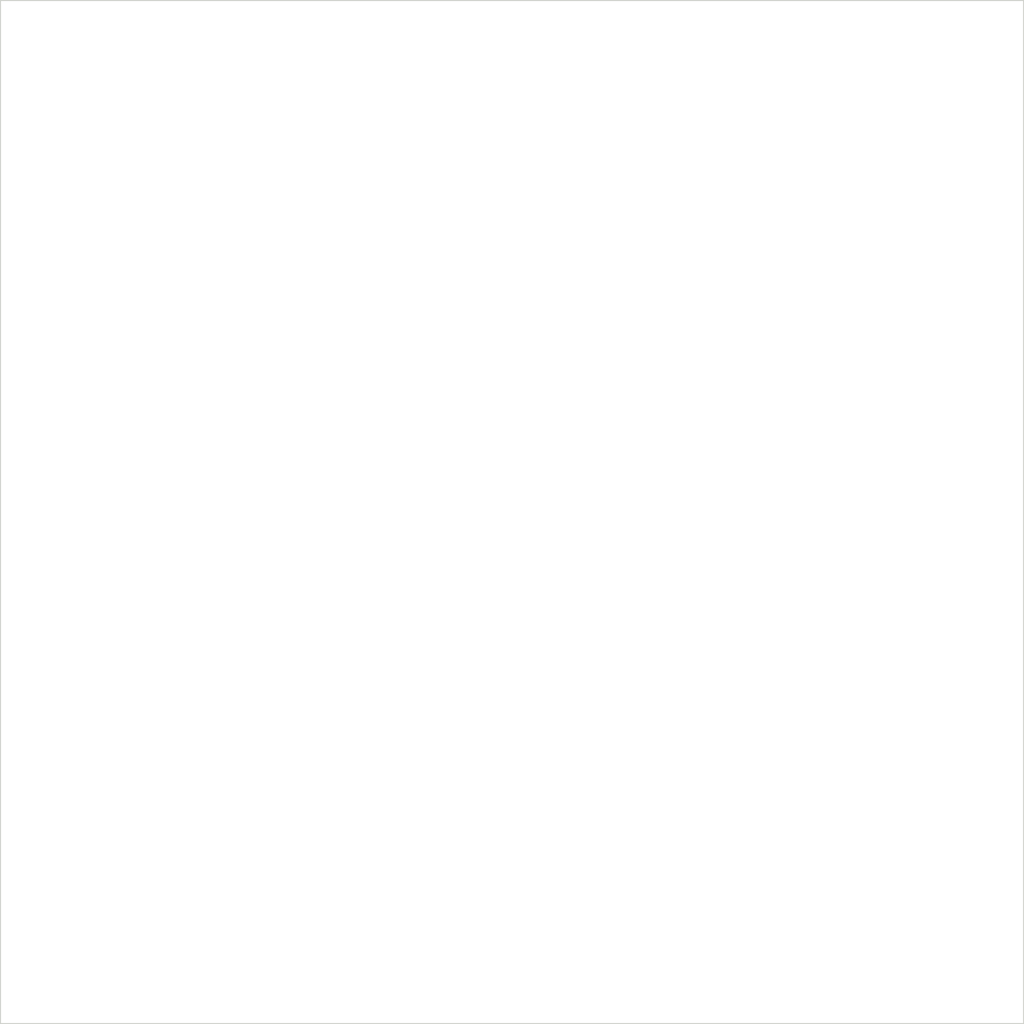
<source format=kicad_pcb>
(kicad_pcb (version 4) (host pcbnew 4.0.2-stable)

  (general
    (links 0)
    (no_connects 0)
    (area 19.924999 19.924999 170.075001 170.075001)
    (thickness 1.6)
    (drawings 4)
    (tracks 0)
    (zones 0)
    (modules 0)
    (nets 1)
  )

  (page A4)
  (layers
    (0 F.Cu signal)
    (31 B.Cu signal)
    (32 B.Adhes user)
    (33 F.Adhes user)
    (34 B.Paste user)
    (35 F.Paste user)
    (36 B.SilkS user)
    (37 F.SilkS user)
    (38 B.Mask user)
    (39 F.Mask user)
    (40 Dwgs.User user)
    (41 Cmts.User user)
    (42 Eco1.User user)
    (43 Eco2.User user)
    (44 Edge.Cuts user)
    (45 Margin user)
    (46 B.CrtYd user)
    (47 F.CrtYd user)
    (48 B.Fab user)
    (49 F.Fab user)
  )

  (setup
    (last_trace_width 0.25)
    (trace_clearance 0.2)
    (zone_clearance 0.508)
    (zone_45_only no)
    (trace_min 0.2)
    (segment_width 0.2)
    (edge_width 0.15)
    (via_size 0.6)
    (via_drill 0.4)
    (via_min_size 0.4)
    (via_min_drill 0.3)
    (uvia_size 0.3)
    (uvia_drill 0.1)
    (uvias_allowed no)
    (uvia_min_size 0.2)
    (uvia_min_drill 0.1)
    (pcb_text_width 0.3)
    (pcb_text_size 1.5 1.5)
    (mod_edge_width 0.15)
    (mod_text_size 1 1)
    (mod_text_width 0.15)
    (pad_size 1.524 1.524)
    (pad_drill 0.762)
    (pad_to_mask_clearance 0.2)
    (aux_axis_origin 0 0)
    (visible_elements FFFFFF7F)
    (pcbplotparams
      (layerselection 0x01000_00000000)
      (usegerberextensions false)
      (excludeedgelayer true)
      (linewidth 0.100000)
      (plotframeref false)
      (viasonmask false)
      (mode 1)
      (useauxorigin false)
      (hpglpennumber 1)
      (hpglpenspeed 20)
      (hpglpendiameter 15)
      (hpglpenoverlay 2)
      (psnegative false)
      (psa4output false)
      (plotreference true)
      (plotvalue true)
      (plotinvisibletext false)
      (padsonsilk false)
      (subtractmaskfromsilk false)
      (outputformat 0)
      (mirror false)
      (drillshape 0)
      (scaleselection 1)
      (outputdirectory HPGL/))
  )

  (net 0 "")

  (net_class Default "This is the default net class."
    (clearance 0.2)
    (trace_width 0.25)
    (via_dia 0.6)
    (via_drill 0.4)
    (uvia_dia 0.3)
    (uvia_drill 0.1)
  )

  (gr_line (start 20 170) (end 20 20) (angle 90) (layer Edge.Cuts) (width 0.15))
  (gr_line (start 170 170) (end 20 170) (angle 90) (layer Edge.Cuts) (width 0.15))
  (gr_line (start 170 20) (end 170 170) (angle 90) (layer Edge.Cuts) (width 0.15))
  (gr_line (start 20 20) (end 170 20) (angle 90) (layer Edge.Cuts) (width 0.15))

)

</source>
